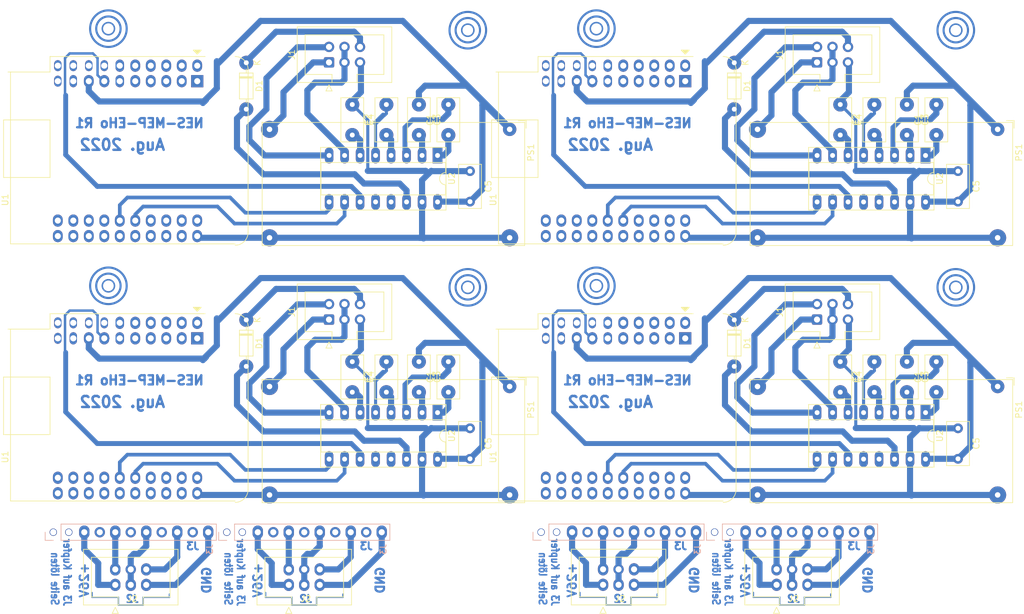
<source format=kicad_pcb>
(kicad_pcb (version 20211014) (generator pcbnew)
  (title_block (title "NES-MEP-EHo") (date "13. Aug 2022") (rev "R01") (comment 1 "NES Smartmeter Interface") (comment 2 "Based on NES-MEP by www.dabbler.dk") (comment 4 "Author: Engelbert Horvat"))
  (layers (0 "F.Cu" signal) (31 "B.Cu" signal) (34 "B.Paste" user) (35 "F.Paste" user) (36 "B.SilkS" user "B.Silkscreen") (37 "F.SilkS" user "F.Silkscreen") (38 "B.Mask" user) (39 "F.Mask" user) (44 "Edge.Cuts" user))
  (net 0 "")
  (net 1 "Net-(C1-Pad1)")
  (net 2 "Net-(C1-Pad2)")
  (net 3 "Net-(C2-Pad1)")
  (net 4 "Net-(C2-Pad2)")
  (net 5 "+3V3")
  (net 6 "Net-(C3-Pad2)")
  (net 7 "GND")
  (net 8 "Net-(C4-Pad2)")
  (net 9 "Net-(D1-Pad2)")
  (net 10 "+26V")
  (net 11 "Net-(J1-Pad3)")
  (net 12 "Net-(J2-Pad1)")
  (net 13 "Net-(J2-Pad2)")
  (net 14 "Net-(J2-Pad3)")
  (net 15 "Net-(J2-Pad5)")
  (net 16 "Net-(J2-Pad6)")
  (net 17 "Net-(U1-Pad7)")
  (net 19 "Net-(U1-Pad25)")
  (net 21 "Net-(U1-Pad26)")
  (net 63 "Net-(J1-Pad6)")
  (net 64 "Net-(U2-Pad8)")
  (footprint "Capacitor_THT:C_Rect_L7.0mm_W3.5mm_P5.00mm" (layer "F.Cu") (at 173.2575 44.191 -90)
    (fp_text reference "C4")
    (fp_text value "100nF")
  )
  (footprint "Capacitor_THT:C_Rect_L7.0mm_W3.5mm_P5.00mm" (layer "F.Cu") (at 98.8355 91.355 90)
    (fp_text reference "C2")
    (fp_text value "100nF")
  )
  (footprint "Capacitor_THT:C_Rect_L7.0mm_W3.5mm_P5.00mm" (layer "F.Cu") (at 192.5615 97.277 -90)
    (fp_text reference "C5")
    (fp_text value "100nF")
  )
  (footprint "Capacitor_THT:C_Rect_L7.0mm_W3.5mm_P5.00mm" (layer "F.Cu") (at 98.8355 49.191 90)
    (fp_text reference "C2")
    (fp_text value "100nF")
  )
  (footprint "Capacitor_THT:C_Rect_L7.0mm_W3.5mm_P5.00mm" (layer "F.Cu") (at 184.1795 86.355 -90)
    (fp_text reference "C3")
    (fp_text value "100nF")
  )
  (footprint "Connector_IDC:IDC-Header_2x03_P2.54mm_Vertical" (layer "F.Cu") (at 89.4325 37.2835 90)
    (fp_text reference "J1")
    (fp_text value "Conn_02x03")
  )
  (footprint "ESP32_MC_Module:DCDC-StepDown-LM2596-THT" (layer "F.Cu") (at 199.058 48.26 -90)
    (fp_text reference "PS1")
    (fp_text value "StepDownModule-LM2596")
  )
  (footprint "Diode_THT:D_DO-35_SOD27_P7.62mm_Horizontal" (layer "F.Cu") (at 155.878 37.338 -90)
    (fp_text reference "D1")
    (fp_text value "1N4148")
  )
  (footprint "Connector_IDC:IDC-Header_2x03_P2.54mm_Vertical" (layer "F.Cu") (at 54.386 122.95 90)
    (fp_text reference "J2")
    (fp_text value "Conn_02x03")
  )
  (footprint "Capacitor_THT:C_Rect_L7.0mm_W3.5mm_P5.00mm" (layer "F.Cu") (at 189.0055 91.355 90)
    (fp_text reference "C1")
    (fp_text value "100nF")
  )
  (footprint "Capacitor_THT:C_Rect_L7.0mm_W3.5mm_P5.00mm" (layer "F.Cu") (at 104.1695 44.191 -90)
    (fp_text reference "C3")
    (fp_text value "100nF")
  )
  (footprint "Capacitor_THT:C_Rect_L7.0mm_W3.5mm_P5.00mm" (layer "F.Cu") (at 178.8455 49.191 90)
    (fp_text reference "C2")
    (fp_text value "100nF")
  )
  (footprint "Capacitor_THT:C_Rect_L7.0mm_W3.5mm_P5.00mm" (layer "F.Cu") (at 189.0055 49.191 90)
    (fp_text reference "C1")
    (fp_text value "100nF")
  )
  (footprint "Capacitor_THT:C_Rect_L7.0mm_W3.5mm_P5.00mm" (layer "F.Cu") (at 192.5615 55.113 -90)
    (fp_text reference "C5")
    (fp_text value "100nF")
  )
  (footprint "Capacitor_THT:C_Rect_L7.0mm_W3.5mm_P5.00mm" (layer "F.Cu") (at 93.2475 86.355 -90)
    (fp_text reference "C4")
    (fp_text value "100nF")
  )
  (footprint "Capacitor_THT:C_Rect_L7.0mm_W3.5mm_P5.00mm" (layer "F.Cu") (at 108.9955 49.191 90)
    (fp_text reference "C1")
    (fp_text value "100nF")
  )
  (footprint "Diode_THT:D_DO-35_SOD27_P7.62mm_Horizontal" (layer "F.Cu") (at 75.868 79.502 -90)
    (fp_text reference "D1")
    (fp_text value "1N4148")
  )
  (footprint "ESP32_MC_Module:ESP32_D1_mini" (layer "F.Cu") (at 67.826 37.8205 -90)
    (fp_text reference "U1")
    (fp_text value "ESP32_D1_Mini Module")
  )
  (footprint "Capacitor_THT:C_Rect_L7.0mm_W3.5mm_P5.00mm" (layer "F.Cu") (at 184.1795 44.191 -90)
    (fp_text reference "C3")
    (fp_text value "100nF")
  )
  (footprint "Connector_IDC:IDC-Header_2x03_P2.54mm_Vertical" (layer "F.Cu") (at 162.814 122.936 90)
    (fp_text reference "J2")
    (fp_text value "Conn_02x03")
  )
  (footprint "ESP32_MC_Module:ESP32_D1_mini" (layer "F.Cu") (at 67.826 79.9845 -90)
    (fp_text reference "U1")
    (fp_text value "ESP32_D1_Mini Module")
  )
  (footprint "Package_DIP:DIP-16_W7.62mm_Socket" (layer "F.Cu") (at 107.2275 52.543 -90)
    (fp_text reference "U2")
    (fp_text value "MAX3232")
  )
  (footprint "Capacitor_THT:C_Rect_L7.0mm_W3.5mm_P5.00mm" (layer "F.Cu") (at 173.2575 86.355 -90)
    (fp_text reference "C4")
    (fp_text value "100nF")
  )
  (footprint "ESP32_MC_Module:ESP32_D1_mini" (layer "F.Cu") (at 147.836 79.9845 -90)
    (fp_text reference "U1")
    (fp_text value "ESP32_D1_Mini Module")
  )
  (footprint "Capacitor_THT:C_Rect_L7.0mm_W3.5mm_P5.00mm" (layer "F.Cu") (at 178.8455 91.355 90)
    (fp_text reference "C2")
    (fp_text value "100nF")
  )
  (footprint "Connector_IDC:IDC-Header_2x03_P2.54mm_Vertical" (layer "F.Cu") (at 134.366 122.936 90)
    (fp_text reference "J2")
    (fp_text value "Conn_02x03")
  )
  (footprint "Capacitor_THT:C_Rect_L7.0mm_W3.5mm_P5.00mm" (layer "F.Cu") (at 93.2475 44.191 -90)
    (fp_text reference "C4")
    (fp_text value "100nF")
  )
  (footprint "ESP32_MC_Module:DCDC-StepDown-LM2596-THT" (layer "F.Cu") (at 119.048 90.424 -90)
    (fp_text reference "PS1")
    (fp_text value "StepDownModule-LM2596")
  )
  (footprint "Capacitor_THT:C_Rect_L7.0mm_W3.5mm_P5.00mm" (layer "F.Cu") (at 108.9955 91.355 90)
    (fp_text reference "C1")
    (fp_text value "100nF")
  )
  (footprint "Diode_THT:D_DO-35_SOD27_P7.62mm_Horizontal" (layer "F.Cu") (at 75.868 37.338 -90)
    (fp_text reference "D1")
    (fp_text value "1N4148")
  )
  (footprint "Capacitor_THT:C_Rect_L7.0mm_W3.5mm_P5.00mm" (layer "F.Cu") (at 104.1695 86.355 -90)
    (fp_text reference "C3")
    (fp_text value "100nF")
  )
  (footprint "ESP32_MC_Module:DCDC-StepDown-LM2596-THT" (layer "F.Cu") (at 119.048 48.26 -90)
    (fp_text reference "PS1")
    (fp_text value "StepDownModule-LM2596")
  )
  (footprint "Capacitor_THT:C_Rect_L7.0mm_W3.5mm_P5.00mm" (layer "F.Cu") (at 112.5515 97.277 -90)
    (fp_text reference "C5")
    (fp_text value "100nF")
  )
  (footprint "Diode_THT:D_DO-35_SOD27_P7.62mm_Horizontal" (layer "F.Cu") (at 155.878 79.502 -90)
    (fp_text reference "D1")
    (fp_text value "1N4148")
  )
  (footprint "Package_DIP:DIP-16_W7.62mm_Socket" (layer "F.Cu") (at 187.2375 94.707 -90)
    (fp_text reference "U2")
    (fp_text value "MAX3232")
  )
  (footprint "ESP32_MC_Module:DCDC-StepDown-LM2596-THT" (layer "F.Cu") (at 199.058 90.424 -90)
    (fp_text reference "PS1")
    (fp_text value "StepDownModule-LM2596")
  )
  (footprint "Connector_IDC:IDC-Header_2x03_P2.54mm_Vertical" (layer "F.Cu") (at 89.4325 79.4475 90)
    (fp_text reference "J1")
    (fp_text value "Conn_02x03")
  )
  (footprint "Connector_IDC:IDC-Header_2x03_P2.54mm_Vertical" (layer "F.Cu") (at 169.4425 79.4475 90)
    (fp_text reference "J1")
    (fp_text value "Conn_02x03")
  )
  (footprint "Connector_IDC:IDC-Header_2x03_P2.54mm_Vertical" (layer "F.Cu") (at 82.834 122.95 90)
    (fp_text reference "J2")
    (fp_text value "Conn_02x03")
  )
  (footprint "Capacitor_THT:C_Rect_L7.0mm_W3.5mm_P5.00mm" (layer "F.Cu") (at 112.5515 55.113 -90)
    (fp_text reference "C5")
    (fp_text value "100nF")
  )
  (footprint "Package_DIP:DIP-16_W7.62mm_Socket" (layer "F.Cu") (at 187.2375 52.543 -90)
    (fp_text reference "U2")
    (fp_text value "MAX3232")
  )
  (footprint "ESP32_MC_Module:ESP32_D1_mini" (layer "F.Cu") (at 147.836 37.8205 -90)
    (fp_text reference "U1")
    (fp_text value "ESP32_D1_Mini Module")
  )
  (footprint "Connector_IDC:IDC-Header_2x03_P2.54mm_Vertical" (layer "F.Cu") (at 169.4425 37.2835 90)
    (fp_text reference "J1")
    (fp_text value "Conn_02x03")
  )
  (footprint "Package_DIP:DIP-16_W7.62mm_Socket" (layer "F.Cu") (at 107.2275 94.707 -90)
    (fp_text reference "U2")
    (fp_text value "MAX3232")
  )
  (footprint "Connector_PinSocket_2.54mm:PinSocket_1x11_P2.54mm_Vertical" (layer "B.Cu") (at 44.226 114.314 -90)
    (fp_text reference "J3")
    (fp_text value "Conn_01x11_Male")
  )
  (footprint "Connector_PinSocket_2.54mm:PinSocket_1x11_P2.54mm_Vertical" (layer "B.Cu") (at 72.674 114.314 -90)
    (fp_text reference "J3")
    (fp_text value "Conn_01x11_Male")
  )
  (footprint "Connector_PinSocket_2.54mm:PinSocket_1x11_P2.54mm_Vertical" (layer "B.Cu") (at 152.654 114.3 -90)
    (fp_text reference "J3")
    (fp_text value "Conn_01x11_Male")
  )
  (footprint "Connector_PinSocket_2.54mm:PinSocket_1x11_P2.54mm_Vertical" (layer "B.Cu") (at 124.206 114.3 -90)
    (fp_text reference "J3")
    (fp_text value "Conn_01x11_Male")
  )
  (gr_circle (center 192.2 74.168) (end 195.2 74.168) (layer "B.Cu") (width 0.35) (fill none))
  (gr_circle (center 53.262 31.75) (end 54.262 31.75) (layer "B.Cu") (width 0.25) (fill none))
  (gr_circle (center 133.272 31.75) (end 135.272 31.75) (layer "B.Cu") (width 0.35) (fill none))
  (gr_circle (center 133.272 31.75) (end 134.272 31.75) (layer "B.Cu") (width 0.25) (fill none))
  (gr_circle (center 192.2 74.168) (end 193.2 74.168) (layer "B.Cu") (width 0.25) (fill none))
  (gr_circle (center 53.262 73.914) (end 55.262 73.914) (layer "B.Cu") (width 0.35) (fill none))
  (gr_circle (center 192.2 74.168) (end 194.2 74.168) (layer "B.Cu") (width 0.35) (fill none))
  (gr_circle (center 192.2 32.004) (end 195.2 32.004) (layer "B.Cu") (width 0.35) (fill none))
  (gr_circle (center 133.272 73.914) (end 134.272 73.914) (layer "B.Cu") (width 0.25) (fill none))
  (gr_circle (center 53.262 73.914) (end 54.262 73.914) (layer "B.Cu") (width 0.25) (fill none))
  (gr_circle (center 112.19 32.004) (end 115.19 32.004) (layer "B.Cu") (width 0.35) (fill none))
  (gr_circle (center 112.19 32.004) (end 113.19 32.004) (layer "B.Cu") (width 0.25) (fill none))
  (gr_circle (center 53.262 31.75) (end 55.262 31.75) (layer "B.Cu") (width 0.35) (fill none))
  (gr_circle (center 112.19 32.004) (end 114.19 32.004) (layer "B.Cu") (width 0.35) (fill none))
  (gr_circle (center 133.272 73.914) (end 135.272 73.914) (layer "B.Cu") (width 0.35) (fill none))
  (gr_circle (center 192.2 32.004) (end 193.2 32.004) (layer "B.Cu") (width 0.25) (fill none))
  (gr_circle (center 112.19 74.168) (end 113.19 74.168) (layer "B.Cu") (width 0.25) (fill none))
  (gr_circle (center 192.2 32.004) (end 194.2 32.004) (layer "B.Cu") (width 0.35) (fill none))
  (gr_circle (center 133.272 31.75) (end 136.272 31.75) (layer "B.Cu") (width 0.35) (fill none))
  (gr_circle (center 53.262 31.75) (end 56.262 31.75) (layer "B.Cu") (width 0.35) (fill none))
  (gr_circle (center 112.19 74.168) (end 115.19 74.168) (layer "B.Cu") (width 0.35) (fill none))
  (gr_circle (center 112.19 74.168) (end 114.19 74.168) (layer "B.Cu") (width 0.35) (fill none))
  (gr_circle (center 53.262 73.914) (end 56.262 73.914) (layer "B.Cu") (width 0.35) (fill none))
  (gr_circle (center 133.272 73.914) (end 136.272 73.914) (layer "B.Cu") (width 0.35) (fill none))
  (gr_text "GND\n" (at 149.352 122.174 90) (layer "B.Cu") (effects (font (size 1.4 1.4) (thickness 0.35)) (justify mirror)))
  (gr_text "+26V" (at 157.734 122.174 90) (layer "B.Cu") (effects (font (size 1.4 1.4) (thickness 0.3)) (justify mirror)))
  (gr_text "NES-MEP-EHo R1" (at 138.352 89.408) (layer "B.Cu") (effects (font (size 1.5 1.5) (thickness 0.375)) (justify mirror)))
  (gr_text "J2" (at 165.608 125.222) (layer "B.Cu") (effects (font (size 1.2 1.2) (thickness 0.3)) (justify mirror)))
  (gr_text "GND\n" (at 69.372 122.188 90) (layer "B.Cu") (effects (font (size 1.4 1.4) (thickness 0.35)) (justify mirror)))
  (gr_text "J3 auf Kupfer" (at 46.512 120.918 270) (layer "B.Cu") (effects (font (size 1.2 1.05) (thickness 0.2625)) (justify mirror)))
  (gr_text "Aug. 2022" (at 135.558 92.964) (layer "B.Cu") (effects (font (size 1.8 1.8) (thickness 0.4)) (justify mirror)))
  (gr_text "Aug. 2022" (at 135.558 50.8) (layer "B.Cu") (effects (font (size 1.8 1.8) (thickness 0.4)) (justify mirror)))
  (gr_text "Aug. 2022" (at 55.548 92.964) (layer "B.Cu") (effects (font (size 1.8 1.8) (thickness 0.4)) (justify mirror)))
  (gr_text "Seite löten" (at 44.48 121.934 270) (layer "B.Cu") (effects (font (size 1.2 1.05) (thickness 0.2625)) (justify mirror)))
  (gr_text "J2" (at 57.18 125.236) (layer "B.Cu") (effects (font (size 1.2 1.2) (thickness 0.3)) (justify mirror)))
  (gr_text "+26V" (at 77.754 122.188 90) (layer "B.Cu") (effects (font (size 1.4 1.4) (thickness 0.3)) (justify mirror)))
  (gr_text "Aug. 2022" (at 55.548 50.8) (layer "B.Cu") (effects (font (size 1.8 1.8) (thickness 0.4)) (justify mirror)))
  (gr_text "J3 auf Kupfer" (at 126.492 120.904 270) (layer "B.Cu") (effects (font (size 1.2 1.05) (thickness 0.2625)) (justify mirror)))
  (gr_text "GND\n" (at 97.82 122.188 90) (layer "B.Cu") (effects (font (size 1.4 1.4) (thickness 0.35)) (justify mirror)))
  (gr_text "+26V" (at 129.286 122.174 90) (layer "B.Cu") (effects (font (size 1.4 1.4) (thickness 0.3)) (justify mirror)))
  (gr_text "J2" (at 85.628 125.236) (layer "B.Cu") (effects (font (size 1.2 1.2) (thickness 0.3)) (justify mirror)))
  (gr_text "J3" (at 95.534 116.6) (layer "B.Cu") (effects (font (size 1.2 1.2) (thickness 0.3)) (justify mirror)))
  (gr_text "J3 auf Kupfer" (at 154.94 120.904 270) (layer "B.Cu") (effects (font (size 1.2 1.05) (thickness 0.2625)) (justify mirror)))
  (gr_text "J3" (at 147.066 116.586) (layer "B.Cu") (effects (font (size 1.2 1.2) (thickness 0.3)) (justify mirror)))
  (gr_text "J3" (at 175.514 116.586) (layer "B.Cu") (effects (font (size 1.2 1.2) (thickness 0.3)) (justify mirror)))
  (gr_text "J3 auf Kupfer" (at 74.96 120.918 270) (layer "B.Cu") (effects (font (size 1.2 1.05) (thickness 0.2625)) (justify mirror)))
  (gr_text "GND\n" (at 177.8 122.174 90) (layer "B.Cu") (effects (font (size 1.4 1.4) (thickness 0.35)) (justify mirror)))
  (gr_text "Seite löten" (at 124.46 121.92 270) (layer "B.Cu") (effects (font (size 1.2 1.05) (thickness 0.2625)) (justify mirror)))
  (gr_text "+26V" (at 49.306 122.188 90) (layer "B.Cu") (effects (font (size 1.4 1.4) (thickness 0.3)) (justify mirror)))
  (gr_text "NES-MEP-EHo R1" (at 58.342 89.408) (layer "B.Cu") (effects (font (size 1.5 1.5) (thickness 0.375)) (justify mirror)))
  (gr_text "Seite löten" (at 72.928 121.934 270) (layer "B.Cu") (effects (font (size 1.2 1.05) (thickness 0.2625)) (justify mirror)))
  (gr_text "NES-MEP-EHo R1" (at 58.342 47.244) (layer "B.Cu") (effects (font (size 1.5 1.5) (thickness 0.375)) (justify mirror)))
  (gr_text "Seite löten" (at 152.908 121.92 270) (layer "B.Cu") (effects (font (size 1.2 1.05) (thickness 0.2625)) (justify mirror)))
  (gr_text "NES-MEP-EHo R1" (at 138.352 47.244) (layer "B.Cu") (effects (font (size 1.5 1.5) (thickness 0.375)) (justify mirror)))
  (gr_text "J2" (at 137.16 125.222) (layer "B.Cu") (effects (font (size 1.2 1.2) (thickness 0.3)) (justify mirror)))
  (gr_text "J3" (at 67.086 116.6) (layer "B.Cu") (effects (font (size 1.2 1.2) (thickness 0.3)) (justify mirror)))
  (segment (start 54.894 126.252) (end 54.894 124.982) (width 0.25) (layer "B.Cu") (net 0))
  (segment (start 91.724 124.982) (end 87.406 124.982) (width 0.25) (layer "B.Cu") (net 0))
  (segment (start 87.406 124.982) (end 87.406 126.252) (width 0.25) (layer "B.Cu") (net 0))
  (segment (start 91.724 124.474) (end 91.724 124.982) (width 0.25) (layer "B.Cu") (net 0))
  (segment (start 130.556 124.968) (end 130.556 124.206) (width 0.25) (layer "B.Cu") (net 0))
  (segment (start 163.322 124.968) (end 159.004 124.968) (width 0.25) (layer "B.Cu") (net 0))
  (segment (start 63.276 124.474) (end 63.276 124.982) (width 0.25) (layer "B.Cu") (net 0))
  (segment (start 54.894 124.982) (end 50.576 124.982) (width 0.25) (layer "B.Cu") (net 0))
  (segment (start 134.874 124.968) (end 130.556 124.968) (width 0.25) (layer "B.Cu") (net 0))
  (segment (start 143.256 124.46) (end 143.256 124.968) (width 0.25) (layer "B.Cu") (net 0))
  (segment (start 138.938 124.968) (end 138.938 126.238) (width 0.25) (layer "B.Cu") (net 0))
  (segment (start 167.386 124.968) (end 167.386 126.238) (width 0.25) (layer "B.Cu") (net 0))
  (segment (start 50.576 124.982) (end 50.576 124.22) (width 0.25) (layer "B.Cu") (net 0))
  (segment (start 143.256 124.968) (end 138.938 124.968) (width 0.25) (layer "B.Cu") (net 0))
  (segment (start 138.938 126.238) (end 134.874 126.238) (width 0.25) (layer "B.Cu") (net 0))
  (segment (start 58.958 126.252) (end 54.894 126.252) (width 0.25) (layer "B.Cu") (net 0))
  (segment (start 163.322 126.238) (end 163.322 124.968) (width 0.25) (layer "B.Cu") (net 0))
  (segment (start 79.024 124.982) (end 79.024 124.22) (width 0.25) (layer "B.Cu") (net 0))
  (segment (start 83.342 126.252) (end 83.342 124.982) (width 0.25) (layer "B.Cu") (net 0))
  (segment (start 171.704 124.968) (end 167.386 124.968) (width 0.25) (layer "B.Cu") (net 0))
  (segment (start 134.874 126.238) (end 134.874 124.968) (width 0.25) (layer "B.Cu") (net 0))
  (segment (start 159.004 124.968) (end 159.004 124.206) (width 0.25) (layer "B.Cu") (net 0))
  (segment (start 83.342 124.982) (end 79.024 124.982) (width 0.25) (layer "B.Cu") (net 0))
  (segment (start 87.406 126.252) (end 83.342 126.252) (width 0.25) (layer "B.Cu") (net 0))
  (segment (start 171.704 124.46) (end 171.704 124.968) (width 0.25) (layer "B.Cu") (net 0))
  (segment (start 63.276 124.982) (end 58.958 124.982) (width 0.25) (layer "B.Cu") (net 0))
  (segment (start 167.386 126.238) (end 163.322 126.238) (width 0.25) (layer "B.Cu") (net 0))
  (segment (start 58.958 124.982) (end 58.958 126.252) (width 0.25) (layer "B.Cu") (net 0))
  (segment (start 108.2235 94.707) (end 108.9955 93.935) (width 1) (layer "B.Cu") (net 1))
  (segment (start 108.9955 51.771) (end 108.9955 49.191) (width 1) (layer "B.Cu") (net 1))
  (segment (start 189.0055 51.771) (end 189.0055 49.191) (width 1) (layer "B.Cu") (net 1))
  (segment (start 189.0055 93.935) (end 189.0055 91.355) (width 1) (layer "B.Cu") (net 1))
  (segment (start 107.2275 52.543) (end 108.2235 52.543) (width 1) (layer "B.Cu") (net 1))
  (segment (start 187.2375 52.543) (end 188.2335 52.543) (width 1) (layer "B.Cu") (net 1))
  (segment (start 188.2335 94.707) (end 189.0055 93.935) (width 1) (layer "B.Cu") (net 1))
  (segment (start 108.2235 52.543) (end 108.9955 51.771) (width 1) (layer "B.Cu") (net 1))
  (segment (start 188.2335 52.543) (end 189.0055 51.771) (width 1) (layer "B.Cu") (net 1))
  (segment (start 187.2375 94.707) (end 188.2335 94.707) (width 1) (layer "B.Cu") (net 1))
  (segment (start 107.2275 94.707) (end 108.2235 94.707) (width 1) (layer "B.Cu") (net 1))
  (segment (start 108.9955 93.935) (end 108.9955 91.355) (width 1) (layer "B.Cu") (net 1))
  (segment (start 108.9955 86.355) (end 108.9955 87.839) (width 1) (layer "B.Cu") (net 2))
  (segment (start 181.8935 94.443) (end 182.1475 94.697) (width 0.8) (layer "B.Cu") (net 2))
  (segment (start 108.9955 87.839) (end 107.9795 88.855) (width 1) (layer "B.Cu") (net 2))
  (segment (start 103.1535 46.691) (end 101.8835 47.961) (width 0.8) (layer "B.Cu") (net 2))
  (segment (start 101.8835 94.443) (end 102.1375 94.697) (width 0.8) (layer "B.Cu") (net 2))
  (segment (start 101.8835 90.125) (end 101.8835 94.443) (width 0.8) (layer "B.Cu") (net 2))
  (segment (start 189.0055 44.191) (end 189.0055 45.675) (width 1) (layer "B.Cu") (net 2))
  (segment (start 103.1535 88.855) (end 101.8835 90.125) (width 0.8) (layer "B.Cu") (net 2))
  (segment (start 187.9895 46.691) (end 183.1635 46.691) (width 0.8) (layer "B.Cu") (net 2))
  (segment (start 182.1475 52.533) (end 182.1575 52.543) (width 0.5) (layer "B.Cu") (net 2))
  (segment (start 102.1375 94.697) (end 102.1475 94.707) (width 0.5) (layer "B.Cu") (net 2))
  (segment (start 189.0055 86.355) (end 189.0055 87.839) (width 1) (layer "B.Cu") (net 2))
  (segment (start 189.0055 87.839) (end 187.9895 88.855) (width 1) (layer "B.Cu") (net 2))
  (segment (start 107.9795 88.855) (end 103.1535 88.855) (width 0.8) (layer "B.Cu") (net 2))
  (segment (start 108.9955 45.675) (end 107.9795 46.691) (width 1) (layer "B.Cu") (net 2))
  (segment (start 182.1475 94.697) (end 182.1575 94.707) (width 0.5) (layer "B.Cu") (net 2))
  (segment (start 107.9795 46.691) (end 103.1535 46.691) (width 0.8) (layer "B.Cu") (net 2))
  (segment (start 181.8935 90.125) (end 181.8935 94.443) (width 0.8) (layer "B.Cu") (net 2))
  (segment (start 183.1635 88.855) (end 181.8935 90.125) (width 0.8) (layer "B.Cu") (net 2))
  (segment (start 183.1635 46.691) (end 181.8935 47.961) (width 0.8) (layer "B.Cu") (net 2))
  (segment (start 101.8835 47.961) (end 101.8835 52.279) (width 0.8) (layer "B.Cu") (net 2))
  (segment (start 189.0055 45.675) (end 187.9895 46.691) (width 1) (layer "B.Cu") (net 2))
  (segment (start 187.9895 88.855) (end 183.1635 88.855) (width 0.8) (layer "B.Cu") (net 2))
  (segment (start 102.1375 52.533) (end 102.1475 52.543) (width 0.5) (layer "B.Cu") (net 2))
  (segment (start 108.9955 44.191) (end 108.9955 45.675) (width 1) (layer "B.Cu") (net 2))
  (segment (start 101.8835 52.279) (end 102.1375 52.533) (width 0.8) (layer "B.Cu") (net 2))
  (segment (start 181.8935 47.961) (end 181.8935 52.279) (width 0.8) (layer "B.Cu") (net 2))
  (segment (start 181.8935 52.279) (end 182.1475 52.533) (width 0.8) (layer "B.Cu") (net 2))
  (segment (start 99.6075 94.707) (end 99.6075 92.127) (width 1) (layer "B.Cu") (net 3))
  (segment (start 98.8355 91.355) (end 99.0495 91.355) (width 1) (layer "B.Cu") (net 3))
  (segment (start 99.6075 52.543) (end 99.6075 49.963) (width 1) (layer "B.Cu") (net 3))
  (segment (start 178.8455 49.191) (end 179.0595 49.191) (width 1) (layer "B.Cu") (net 3))
  (segment (start 178.8455 91.355) (end 179.0595 91.355) (width 1) (layer "B.Cu") (net 3))
  (segment (start 179.6175 52.543) (end 179.6175 49.963) (width 1) (layer "B.Cu") (net 3))
  (segment (start 179.6175 94.707) (end 179.6175 92.127) (width 1) (layer "B.Cu") (net 3))
  (segment (start 99.6075 92.127) (end 98.8355 91.355) (width 1) (layer "B.Cu") (net 3))
  (segment (start 99.6075 49.963) (end 98.8355 49.191) (width 1) (layer "B.Cu") (net 3))
  (segment (start 179.6175 49.963) (end 178.8455 49.191) (width 1) (layer "B.Cu") (net 3))
  (segment (start 179.6175 92.127) (end 178.8455 91.355) (width 1) (layer "B.Cu") (net 3))
  (segment (start 98.8355 49.191) (end 99.0495 49.191) (width 1) (layer "B.Cu") (net 3))
  (segment (start 98.8355 87.839) (end 98.8355 86.355) (width 0.5) (layer "B.Cu") (net 4))
  (segment (start 178.5915 88.093) (end 178.8455 87.839) (width 0.5) (layer "B.Cu") (net 4))
  (segment (start 97.0675 89.353) (end 98.3275 88.093) (width 0.8) (layer "B.Cu") (net 4))
  (segment (start 178.3375 88.093) (end 178.5915 88.093) (width 0.5) (layer "B.Cu") (net 4))
  (segment (start 177.0775 47.189) (end 178.3375 45.929) (width 0.8) (layer "B.Cu") (net 4))
  (segment (start 98.8355 45.675) (end 98.8355 44.191) (width 0.5) (layer "B.Cu") (net 4))
  (segment (start 97.0675 94.707) (end 97.0675 89.353) (width 0.5) (layer "B.Cu") (net 4))
  (segment (start 177.0775 89.353) (end 178.3375 88.093) (width 0.8) (layer "B.Cu") (net 4))
  (segment (start 98.5815 45.929) (end 98.8355 45.675) (width 0.5) (layer "B.Cu") (net 4))
  (segment (start 178.8455 45.675) (end 178.8455 44.191) (width 0.5) (layer "B.Cu") (net 4))
  (segment (start 178.8455 87.839) (end 178.8455 86.355) (width 0.5) (layer "B.Cu") (net 4))
  (segment (start 98.3275 45.929) (end 98.5815 45.929) (width 0.5) (layer "B.Cu") (net 4))
  (segment (start 98.5815 88.093) (end 98.8355 87.839) (width 0.5) (layer "B.Cu") (net 4))
  (segment (start 178.5915 45.929) (end 178.8455 45.675) (width 0.5) (layer "B.Cu") (net 4))
  (segment (start 98.3275 88.093) (end 98.5815 88.093) (width 0.5) (layer "B.Cu") (net 4))
  (segment (start 97.0675 52.543) (end 97.0675 47.189) (width 0.5) (layer "B.Cu") (net 4))
  (segment (start 178.3375 45.929) (end 178.5915 45.929) (width 0.5) (layer "B.Cu") (net 4))
  (segment (start 97.0675 47.189) (end 98.3275 45.929) (width 0.8) (layer "B.Cu") (net 4))
  (segment (start 177.0775 94.707) (end 177.0775 89.353) (width 0.5) (layer "B.Cu") (net 4))
  (segment (start 177.0775 52.543) (end 177.0775 47.189) (width 0.5) (layer "B.Cu") (net 4))
  (segment (start 69.01 43.688) (end 69.264 43.434) (width 1) (layer "B.Cu") (net 5))
  (segment (start 71.296 37.4005) (end 78.2165 30.48) (width 1) (layer "B.Cu") (net 5))
  (segment (start 68.756 85.981) (end 71.042 83.695) (width 1) (layer "B.Cu") (net 5))
  (segment (start 101.522 30.48) (end 119.048 48.006) (width 1) (layer "B.Cu") (net 5))
  (segment (start 184.1795 42.119) (end 184.1795 44.191) (width 1) (layer "B.Cu") (net 5))
  (segment (start 148.766 43.942) (end 148.766 43.817) (width 1) (layer "B.Cu") (net 5))
  (segment (start 105.1855 83.267) (end 104.1695 84.283) (width 1) (layer "B.Cu") (net 5))
  (segment (start 199.058 90.424) (end 195.1405 86.5065) (width 1) (layer "B.Cu") (net 5))
  (segment (start 195.1405 86.5065) (end 194.5935 86.5065) (width 1) (layer "B.Cu") (net 5))
  (segment (start 181.532 72.644) (end 199.058 90.17) (width 1) (layer "B.Cu") (net 5))
  (segment (start 51.484 85.598) (end 51.5035 85.598) (width 1) (layer "B.Cu") (net 5))
  (segment (start 187.2275 60.173) (end 187.2375 60.163) (width 1) (layer "B.Cu") (net 5))
  (segment (start 194.5935 43.643) (end 192.0535 41.103) (width 1) (layer "B.Cu") (net 5))
  (segment (start 51.5035 43.434) (end 51.7575 43.688) (width 1) (layer "B.Cu") (net 5))
  (segment (start 199.058 90.17) (end 199.058 90.424) (width 1) (layer "B.Cu") (net 5))
  (segment (start 194.5935 100.245) (end 194.5935 86.5065) (width 1) (layer "B.Cu") (net 5))
  (segment (start 192.5615 60.113) (end 194.5935 58.081) (width 1) (layer "B.Cu") (net 5))
  (segment (start 131.494 85.598) (end 131.5135 85.598) (width 1) (layer "B.Cu") (net 5))
  (segment (start 104.1695 42.119) (end 104.1695 44.191) (width 1) (layer "B.Cu") (net 5))
  (segment (start 112.5515 60.113) (end 107.2775 60.113) (width 1) (layer "B.Cu") (net 5))
  (segment (start 68.756 43.817) (end 71.042 41.531) (width 1) (layer "B.Cu") (net 5))
  (segment (start 78.2165 30.48) (end 101.522 30.48) (width 1) (layer "B.Cu") (net 5))
  (segment (start 107.2775 102.277) (end 107.2275 102.327) (width 1) (layer "B.Cu") (net 5))
  (segment (start 119.048 48.26) (end 115.1305 44.3425) (width 1) (layer "B.Cu") (net 5))
  (segment (start 115.1305 44.3425) (end 114.5835 44.3425) (width 1) (layer "B.Cu") (net 5))
  (segment (start 151.306 37.4005) (end 158.2265 30.48) (width 1) (layer "B.Cu") (net 5))
  (segment (start 107.2175 102.337) (end 107.2275 102.327) (width 1) (layer "B.Cu") (net 5))
  (segment (start 114.5835 58.081) (end 114.5835 44.3425) (width 1) (layer "B.Cu") (net 5))
  (segment (start 112.5515 60.113) (end 114.5835 58.081) (width 1) (layer "B.Cu") (net 5))
  (segment (start 187.2275 102.337) (end 187.2375 102.327) (width 1) (layer "B.Cu") (net 5))
  (segment (start 71.042 41.531) (end 71.042 37.084) (width 1) (layer "B.Cu") (net 5))
  (segment (start 194.5935 85.807) (end 192.0535 83.267) (width 1) (layer "B.Cu") (net 5))
  (segment (start 187.2875 60.113) (end 187.2375 60.163) (width 1) (layer "B.Cu") (net 5))
  (segment (start 130.056 82.5245) (end 130.056 84.16) (width 1) (layer "B.Cu") (net 5))
  (segment (start 107.2775 60.113) (end 107.2275 60.163) (width 1) (layer "B.Cu") (net 5))
  (segment (start 131.5135 43.434) (end 131.7675 43.688) (width 1) (layer "B.Cu") (net 5))
  (segment (start 192.5615 102.277) (end 194.5935 100.245) (width 1) (layer "B.Cu") (net 5))
  (segment (start 114.5835 100.245) (end 114.5835 86.5065) (width 1) (layer "B.Cu") (net 5))
  (segment (start 194.5935 86.5065) (end 194.5935 85.807) (width 1) (layer "B.Cu") (net 5))
  (segment (start 131.5135 85.598) (end 131.7675 85.852) (width 1) (layer "B.Cu") (net 5))
  (segment (start 51.5035 85.598) (end 51.7575 85.852) (width 1) (layer "B.Cu") (net 5))
  (segment (start 114.5835 44.3425) (end 114.5835 43.643) (width 1) (layer "B.Cu") (net 5))
  (segment (start 51.7575 85.852) (end 69.01 85.852) (width 1) (layer "B.Cu") (net 5))
  (segment (start 131.7675 43.688) (end 149.02 43.688) (width 1) (layer "B.Cu") (net 5))
  (segment (start 158.2265 72.644) (end 181.532 72.644) (width 1) (layer "B.Cu") (net 5))
  (segment (start 114.5835 43.643) (end 112.0435 41.103) (width 1) (layer "B.Cu") (net 5))
  (segment (start 149.02 43.688) (end 149.274 43.434) (width 1) (layer "B.Cu") (net 5))
  (segment (start 184.1795 84.283) (end 184.1795 86.355) (width 1) (layer "B.Cu") (net 5))
  (segment (start 192.0535 41.103) (end 185.1955 41.103) (width 1) (layer "B.Cu") (net 5))
  (segment (start 69.01 85.852) (end 69.264 85.598) (width 1) (layer "B.Cu") (net 5))
  (segment (start 119.048 48.006) (end 119.048 48.26) (width 1) (layer "B.Cu") (net 5))
  (segment (start 192.5615 102.277) (end 187.2875 102.277) (width 1) (layer "B.Cu") (net 5))
  (segment (start 148.766 85.981) (end 151.052 83.695) (width 1) (layer "B.Cu") (net 5))
  (segment (start 101.522 72.644) (end 119.048 90.17) (width 1) (layer "B.Cu") (net 5))
  (segment (start 114.5835 85.807) (end 112.0435 83.267) (width 1) (layer "B.Cu") (net 5))
  (segment (start 119.048 90.424) (end 115.1305 86.5065) (width 1) (layer "B.Cu") (net 5))
  (segment (start 192.0535 83.267) (end 185.1955 83.267) (width 1) (layer "B.Cu") (net 5))
  (segment (start 112.5515 102.277) (end 107.2775 102.277) (width 1) (layer "B.Cu") (net 5))
  (segment (start 114.5835 86.5065) (end 114.5835 85.807) (width 1) (layer "B.Cu") (net 5))
  (segment (start 199.058 48.006) (end 199.058 48.26) (width 1) (layer "B.Cu") (net 5))
  (segment (start 50.046 40.3605) (end 50.046 41.996) (width 1) (layer "B.Cu") (net 5))
  (segment (start 50.046 82.5245) (end 50.046 84.16) (width 1) (layer "B.Cu") (net 5))
  (segment (start 151.306 79.5645) (end 158.2265 72.644) (width 1) (layer "B.Cu") (net 5))
  (segment (start 50.046 84.16) (end 51.484 85.598) (width 1) (layer "B.Cu") (net 5))
  (segment (start 195.1405 44.3425) (end 194.5935 44.3425) (width 1) (layer "B.Cu") (net 5))
  (segment (start 158.2265 30.48) (end 181.532 30.48) (width 1) (layer "B.Cu") (net 5))
  (segment (start 71.042 83.695) (end 71.042 79.248) (width 1) (layer "B.Cu") (net 5))
  (segment (start 68.756 86.106) (end 68.756 85.981) (width 1) (layer "B.Cu") (net 5))
  (segment (start 51.484 43.434) (end 51.5035 43.434) (width 1) (layer "B.Cu") (net 5))
  (segment (start 71.296 79.5645) (end 78.2165 72.644) (width 1) (layer "B.Cu") (net 5))
  (segment (start 194.5935 44.3425) (end 194.5935 43.643) (width 1) (layer "B.Cu") (net 5))
  (segment (start 112.5515 102.277) (end 114.5835 100.245) (width 1) (layer "B.Cu") (net 5))
  (segment (start 130.056 40.3605) (end 130.056 41.996) (width 1) (layer "B.Cu") (net 5))
  (segment (start 105.1855 41.103) (end 104.1695 42.119) (width 1) (layer "B.Cu") (net 5))
  (segment (start 115.1305 86.5065) (end 114.5835 86.5065) (width 1) (layer "B.Cu") (net 5))
  (segment (start 148.766 86.106) (end 148.766 85.981) (width 1) (layer "B.Cu") (net 5))
  (segment (start 119.048 90.17) (end 119.048 90.424) (width 1) (layer "B.Cu") (net 5))
  (segment (start 112.0435 83.267) (end 105.1855 83.267) (width 1) (layer "B.Cu") (net 5))
  (segment (start 51.7575 43.688) (end 69.01 43.688) (width 1) (layer "B.Cu") (net 5))
  (segment (start 194.5935 58.081) (end 194.5935 44.3425) (width 1) (layer "B.Cu") (net 5))
  (segment (start 131.7675 85.852) (end 149.02 85.852) (width 1) (layer "B.Cu") (net 5))
  (segment (start 104.1695 84.283) (end 104.1695 86.355) (width 1) (layer "B.Cu") (net 5))
  (segment (start 107.2175 60.173) (end 107.2275 60.163) (width 1) (layer "B.Cu") (net 5))
  (segment (start 112.0435 41.103) (end 105.1855 41.103) (width 1) (layer "B.Cu") (net 5))
  (segment (start 151.052 41.531) (end 151.052 37.084) (width 1) (layer "B.Cu") (net 5))
  (segment (start 78.2165 72.644) (end 101.522 72.644) (width 1) (layer "B.Cu") (net 5))
  (segment (start 131.494 43.434) (end 131.5135 43.434) (width 1) (layer "B.Cu") (net 5))
  (segment (start 149.02 85.852) (end 149.274 85.598) (width 1) (layer "B.Cu") (net 5))
  (segment (start 151.052 83.695) (end 151.052 79.248) (width 1) (layer "B.Cu") (net 5))
  (segment (start 181.532 30.48) (end 199.058 48.006) (width 1) (layer "B.Cu") (net 5))
  (segment (start 130.056 84.16) (end 131.494 85.598) (width 1) (layer "B.Cu") (net 5))
  (segment (start 130.056 41.996) (end 131.494 43.434) (width 1) (layer "B.Cu") (net 5))
  (segment (start 185.1955 41.103) (end 184.1795 42.119) (width 1) (layer "B.Cu") (net 5))
  (segment (start 50.046 41.996) (end 51.484 43.434) (width 1) (layer "B.Cu") (net 5))
  (segment (start 199.058 48.26) (end 195.1405 44.3425) (width 1) (layer "B.Cu") (net 5))
  (segment (start 185.1955 83.267) (end 184.1795 84.283) (width 1) (layer "B.Cu") (net 5))
  (segment (start 192.5615 60.113) (end 187.2875 60.113) (width 1) (layer "B.Cu") (net 5))
  (segment (start 187.2875 102.277) (end 187.2375 102.327) (width 1) (layer "B.Cu") (net 5))
  (segment (start 68.756 43.942) (end 68.756 43.817) (width 1) (layer "B.Cu") (net 5))
  (segment (start 148.766 43.817) (end 151.052 41.531) (width 1) (layer "B.Cu") (net 5))
  (segment (start 104.6875 94.707) (end 104.6875 91.873) (width 1) (layer "B.Cu") (net 6))
  (segment (start 184.6975 49.709) (end 184.1795 49.191) (width 1) (layer "B.Cu") (net 6))
  (segment (start 104.6875 49.709) (end 104.1695 49.191) (width 1) (layer "B.Cu") (net 6))
  (segment (start 104.6875 91.873) (end 104.1695 91.355) (width 1) (layer "B.Cu") (net 6))
  (segment (start 184.6975 52.543) (end 184.6975 49.709) (width 1) (layer "B.Cu") (net 6))
  (segment (start 104.6875 52.543) (end 104.6875 49.709) (width 1) (layer "B.Cu") (net 6))
  (segment (start 184.6975 91.873) (end 184.1795 91.355) (width 1) (layer "B.Cu") (net 6))
  (segment (start 184.6975 94.707) (end 184.6975 91.873) (width 1) (layer "B.Cu") (net 6))
  (segment (start 68.1055 66.04) (end 67.826 65.7605) (width 1) (layer "B.Cu") (net 7))
  (segment (start 105.74425 55.53025) (end 104.6875 56.587) (width 1) (layer "B.Cu") (net 7))
  (segment (start 159.688 66.04) (end 148.1155 66.04) (width 1) (layer "B.Cu") (net 7))
  (segment (start 159.688 108.204) (end 148.1155 108.204) (width 1) (layer "B.Cu") (net 7))
  (segment (start 79.678 66.04) (end 68.1055 66.04) (width 1) (layer "B.Cu") (net 7))
  (segment (start 184.6975 108.0675) (end 184.834 108.204) (width 1) (layer "B.Cu") (net 7))
  (segment (start 93.2475 86.355) (end 95.7875 88.895) (width 0.5) (layer "B.Cu") (net 7))
  (segment (start 95.7875 55.073) (end 105.287 55.073) (width 1) (layer "B.Cu") (net 7))
  (segment (start 112.5515 55.113) (end 106.2415 55.113) (width 1) (layer "B.Cu") (net 7))
  (segment (start 79.678 108.204) (end 104.824 108.204) (width 1) (layer "B.Cu") (net 7))
  (segment (start 106.2015 55.073) (end 105.74425 55.53025) (width 1) (layer "B.Cu") (net 7))
  (segment (start 104.6875 65.9035) (end 104.824 66.04) (width 1) (layer "B.Cu") (net 7))
  (segment (start 104.824 66.04) (end 104.9315 66.1475) (width 1) (layer "B.Cu") (net 7))
  (segment (start 184.326 66.04) (end 199.058 66.04) (width 1) (layer "B.Cu") (net 7))
  (segment (start 105.74425 97.69425) (end 104.6875 98.751) (width 1) (layer "B.Cu") (net 7))
  (segment (start 94.664 84.328) (end 94.664 79.599) (width 1) (layer "B.Cu") (net 7))
  (segment (start 95.7875 46.731) (end 95.7875 55.073) (width 0.5) (layer "B.Cu") (net 7))
  (segment (start 104.6875 108.0675) (end 104.824 108.204) (width 1) (layer "B.Cu") (net 7))
  (segment (start 148.1155 66.04) (end 147.836 65.7605) (width 1) (layer "B.Cu") (net 7))
  (segment (start 105.287 55.073) (end 105.74425 55.53025) (width 1) (layer "B.Cu") (net 7))
  (segment (start 186.2115 97.237) (end 185.75425 97.69425) (width 1) (layer "B.Cu") (net 7))
  (segment (start 184.6975 60.163) (end 184.6975 65.9035) (width 1) (layer "B.Cu") (net 7))
  (segment (start 104.316 108.204) (end 119.048 108.204) (width 1) (layer "B.Cu") (net 7))
  (segment (start 104.6875 56.587) (end 104.6875 60.163) (width 1) (layer "B.Cu") (net 7))
  (segment (start 175.7975 97.237) (end 185.297 97.237) (width 1) (layer "B.Cu") (net 7))
  (segment (start 185.297 55.073) (end 185.75425 55.53025) (width 1) (layer "B.Cu") (net 7))
  (segment (start 184.834 108.204) (end 184.9415 108.3115) (width 1) (layer "B.Cu") (net 7))
  (segment (start 93.2475 85.7445) (end 94.664 84.328) (width 1) (layer "B.Cu") (net 7))
  (segment (start 174.674 37.435) (end 174.5225 37.2835) (width 1) (layer "B.Cu") (net 7))
  (segment (start 79.678 108.204) (end 68.1055 108.204) (width 1) (layer "B.Cu") (net 7))
  (segment (start 159.688 66.04) (end 184.834 66.04) (width 1) (layer "B.Cu") (net 7))
  (segment (start 104.6875 98.751) (end 104.6875 102.327) (width 1) (layer "B.Cu") (net 7))
  (segment (start 184.326 108.204) (end 199.058 108.204) (width 1) (layer "B.Cu") (net 7))
  (segment (start 106.2015 97.237) (end 105.74425 97.69425) (width 1) (layer "B.Cu") (net 7))
  (segment (start 93.2475 44.191) (end 95.7875 46.731) (width 0.5) (layer "B.Cu") (net 7))
  (segment (start 174.674 42.164) (end 174.674 37.435) (width 1) (layer "B.Cu") (net 7))
  (segment (start 106.2415 97.277) (end 106.2015 97.237) (width 1) (layer "B.Cu") (net 7))
  (segment (start 94.664 79.599) (end 94.5125 79.4475) (width 1) (layer "B.Cu") (net 7))
  (segment (start 148.1155 108.204) (end 147.836 107.9245) (width 1) (layer "B.Cu") (net 7))
  (segment (start 105.287 97.237) (end 105.74425 97.69425) (width 1) (layer "B.Cu") (net 7))
  (segment (start 175.7975 46.731) (end 175.7975 55.073) (width 0.5) (layer "B.Cu") (net 7))
  (segment (start 104.6875 60.163) (end 104.6875 65.9035) (width 1) (layer "B.Cu") (net 7))
  (segment (start 175.7975 55.073) (end 185.297 55.073) (width 1) (layer "B.Cu") (net 7))
  (segment (start 112.5515 97.277) (end 106.2415 97.277) (width 1) (layer "B.Cu") (net 7))
  (segment (start 173.2575 86.355) (end 175.7975 88.895) (width 0.5) (layer "B.Cu") (net 7))
  (segment (start 174.674 79.599) (end 174.5225 79.4475) (width 1) (layer "B.Cu") (net 7))
  (segment (start 185.75425 55.53025) (end 184.6975 56.587) (width 1) (layer "B.Cu") (net 7))
  (segment (start 184.6975 65.9035) (end 184.834 66.04) (width 1) (layer "B.Cu") (net 7))
  (segment (start 104.6875 102.327) (end 104.6875 108.0675) (width 1) (layer "B.Cu") (net 7))
  (segment (start 186.2515 55.113) (end 186.2115 55.073) (width 1) (layer "B.Cu") (net 7))
  (segment (start 192.5615 55.113) (end 186.2515 55.113) (width 1) (layer "B.Cu") (net 7))
  (segment (start 185.75425 97.69425) (end 184.6975 98.751) (width 1) (layer "B.Cu") (net 7))
  (segment (start 186.2115 55.073) (end 185.75425 55.53025) (width 1) (layer "B.Cu") (net 7))
  (segment (start 184.6975 56.587) (end 184.6975 60.163) (width 1) (layer "B.Cu") (net 7))
  (segment (start 94.664 37.435) (end 94.5125 37.2835) (width 1) (layer "B.Cu") (net 7))
  (segment (start 184.834 66.04) (end 184.9415 66.1475) (width 1) (layer "B.Cu") (net 7))
  (segment (start 95.7875 88.895) (end 95.7875 97.237) (width 0.5) (layer "B.Cu") (net 7))
  (segment (start 95.7875 97.237) (end 105.287 97.237) (width 1) (layer "B.Cu") (net 7))
  (segment (start 173.2575 44.191) (end 175.7975 46.731) (width 0.5) (layer "B.Cu") (net 7))
  (segment (start 173.2575 44.191) (end 173.2575 43.5805) (width 1) (layer "B.Cu") (net 7))
  (segment (start 159.688 108.204) (end 184.834 108.204) (width 1) (layer "B.Cu") (net 7))
  (segment (start 175.7975 88.895) (end 175.7975 97.237) (width 0.5) (layer "B.Cu") (net 7))
  (segment (start 192.5615 97.277) (end 186.2515 97.277) (width 1) (layer "B.Cu") (net 7))
  (segment (start 104.824 108.204) (end 104.9315 108.3115) (width 1) (layer "B.Cu") (net 7))
  (segment (start 106.2415 55.113) (end 106.2015 55.073) (width 1) (layer "B.Cu") (net 7))
  (segment (start 93.2475 86.355) (end 93.2475 85.7445) (width 1) (layer "B.Cu") (net 7))
  (segment (start 186.2515 97.277) (end 186.2115 97.237) (width 1) (layer "B.Cu") (net 7))
  (segment (start 173.2575 43.5805) (end 174.674 42.164) (width 1) (layer "B.Cu") (net 7))
  (segment (start 68.1055 108.204) (end 67.826 107.9245) (width 1) (layer "B.Cu") (net 7))
  (segment (start 104.316 66.04) (end 119.048 66.04) (width 1) (layer "B.Cu") (net 7))
  (segment (start 79.678 66.04) (end 104.824 66.04) (width 1) (layer "B.Cu") (net 7))
  (segment (start 94.664 42.164) (end 94.664 37.435) (width 1) (layer "B.Cu") (net 7))
  (segment (start 184.6975 102.327) (end 184.6975 108.0675) (width 1) (layer "B.Cu") (net 7))
  (segment (start 184.6975 98.751) (end 184.6975 102.327) (width 1) (layer "B.Cu") (net 7))
  (segment (start 173.2575 85.7445) (end 174.674 84.328) (width 1) (layer "B.Cu") (net 7))
  (segment (start 93.2475 43.5805) (end 94.664 42.164) (width 1) (layer "B.Cu") (net 7))
  (segment (start 173.2575 86.355) (end 173.2575 85.7445) (width 1) (layer "B.Cu") (net 7))
  (segment (start 174.674 84.328) (end 174.674 79.599) (width 1) (layer "B.Cu") (net 7))
  (segment (start 185.297 97.237) (end 185.75425 97.69425) (width 1) (layer "B.Cu") (net 7))
  (segment (start 93.2475 44.191) (end 93.2475 43.5805) (width 1) (layer "B.Cu") (net 7))
  (segment (start 173.2575 49.191) (end 173.7255 49.191) (width 1) (layer "B.Cu") (net 8))
  (segment (start 93.2475 91.355) (end 93.7155 91.355) (width 1) (layer "B.Cu") (net 8))
  (segment (start 173.2575 91.355) (end 173.7255 91.355) (width 1) (layer "B.Cu") (net 8))
  (segment (start 93.7155 49.191) (end 94.5275 50.003) (width 1) (layer "B.Cu") (net 8))
  (segment (start 94.5275 50.003) (end 94.5275 52.543) (width 1) (layer "B.Cu") (net 8))
  (segment (start 174.5375 92.167) (end 174.5375 94.707) (width 1) (layer "B.Cu") (net 8))
  (segment (start 173.7255 49.191) (end 174.5375 50.003) (width 1) (layer "B.Cu") (net 8))
  (segment (start 93.2475 49.191) (end 93.7155 49.191) (width 1) (layer "B.Cu") (net 8))
  (segment (start 94.5275 92.167) (end 94.5275 94.707) (width 1) (layer "B.Cu") (net 8))
  (segment (start 174.5375 50.003) (end 174.5375 52.543) (width 1) (layer "B.Cu") (net 8))
  (segment (start 93.7155 91.355) (end 94.5275 92.167) (width 1) (layer "B.Cu") (net 8))
  (segment (start 173.7255 91.355) (end 174.5375 92.167) (width 1) (layer "B.Cu") (net 8))
  (segment (start 74.344 88.646) (end 75.868 87.122) (width 1) (layer "B.Cu") (net 9))
  (segment (start 182.1575 102.327) (end 182.1575 100.4475) (width 1) (layer "B.Cu") (net 9))
  (segment (start 181.024 57.15) (end 175.182 57.15) (width 1) (layer "B.Cu") (net 9))
  (segment (start 182.1475 60.173) (end 182.1575 60.163) (width 1) (layer "B.Cu") (net 9))
  (segment (start 173.658 97.79) (end 158.672 97.79) (width 1) (layer "B.Cu") (net 9))
  (segment (start 182.1575 100.4475) (end 181.024 99.314) (width 1) (layer "B.Cu") (net 9))
  (segment (start 158.672 97.79) (end 154.354 93.472) (width 1) (layer "B.Cu") (net 9))
  (segment (start 158.672 55.626) (end 154.354 51.308) (width 1) (layer "B.Cu") (net 9))
  (segment (start 102.1475 102.327) (end 102.1475 100.4475) (width 1) (layer "B.Cu") (net 9))
  (segment (start 154.354 93.472) (end 154.354 88.646) (width 1) (layer "B.Cu") (net 9))
  (segment (start 181.024 99.314) (end 175.182 99.314) (width 1) (layer "B.Cu") (net 9))
  (segment (start 175.182 57.15) (end 173.658 55.626) (width 1) (layer "B.Cu") (net 9))
  (segment (start 93.648 55.626) (end 78.662 55.626) (width 1) (layer "B.Cu") (net 9))
  (segment (start 175.182 99.314) (end 173.658 97.79) (width 1) (layer "B.Cu") (net 9))
  (segment (start 101.014 99.314) (end 95.172 99.314) (width 1) (layer "B.Cu") (net 9))
  (segment (start 102.1475 100.4475) (end 101.014 99.314) (width 1) (layer "B.Cu") (net 9))
  (segment (start 78.662 97.79) (end 74.344 93.472) (width 1) (layer "B.Cu") (net 9))
  (segment (start 95.172 57.15) (end 93.648 55.626) (width 1) (layer "B.Cu") (net 9))
  (segment (start 154.354 88.646) (end 155.878 87.122) (width 1) (layer "B.Cu") (net 9))
  (segment (start 93.648 97.79) (end 78.662 97.79) (width 1) (layer "B.Cu") (net 9))
  (segment (start 74.344 51.308) (end 74.344 46.482) (width 1) (layer "B.Cu") (net 9))
  (segment (start 102.1375 60.173) (end 102.1475 60.163) (width 1) (layer "B.Cu") (net 9))
  (segment (start 95.172 99.314) (end 93.648 97.79) (width 1) (layer "B.Cu") (net 9))
  (segment (start 102.1375 102.337) (end 102.1475 102.327) (width 1) (layer "B.Cu") (net 9))
  (segment (start 154.354 46.482) (end 155.878 44.958) (width 1) (layer "B.Cu") (net 9))
  (segment (start 102.1475 60.163) (end 102.1475 58.2835) (width 1) (layer "B.Cu") (net 9))
  (segment (start 182.1575 60.163) (end 182.1575 58.2835) (width 1) (layer "B.Cu") (net 9))
  (segment (start 101.014 57.15) (end 95.172 57.15) (width 1) (layer "B.Cu") (net 9))
  (segment (start 74.344 46.482) (end 75.868 44.958) (width 1) (layer "B.Cu") (net 9))
  (segment (start 102.1475 58.2835) (end 101.014 57.15) (width 1) (layer "B.Cu") (net 9))
  (segment (start 74.344 93.472) (end 74.344 88.646) (width 1) (layer "B.Cu") (net 9))
  (segment (start 154.354 51.308) (end 154.354 46.482) (width 1) (layer "B.Cu") (net 9))
  (segment (start 182.1575 58.2835) (end 181.024 57.15) (width 1) (layer "B.Cu") (net 9))
  (segment (start 182.1475 102.337) (end 182.1575 102.327) (width 1) (layer "B.Cu") (net 9))
  (segment (start 78.662 55.626) (end 74.344 51.308) (width 1) (layer "B.Cu") (net 9))
  (segment (start 173.658 55.626) (end 158.672 55.626) (width 1) (layer "B.Cu") (net 9))
  (segment (start 81.964 42.164) (end 81.964 45.974) (width 1) (layer "B.Cu") (net 10))
  (segment (start 161.974 88.138) (end 159.688 90.424) (width 1) (layer "B.Cu") (net 10))
  (segment (start 86.8445 79.4475) (end 81.964 84.328) (width 1) (layer "B.Cu") (net 10))
  (segment (start 81.964 45.974) (end 79.678 48.26) (width 1) (layer "B.Cu") (net 10))
  (segment (start 169.4425 79.4475) (end 166.8545 79.4475) (width 1) (layer "B.Cu") (net 10))
  (segment (start 81.964 84.328) (end 81.964 88.138) (width 1) (layer "B.Cu") (net 10))
  (segment (start 169.4425 37.2835) (end 166.8545 37.2835) (width 1) (layer "B.Cu") (net 10))
  (segment (start 86.8445 37.2835) (end 81.964 42.164) (width 1) (layer "B.Cu") (net 10))
  (segment (start 166.8545 79.4475) (end 161.974 84.328) (width 1) (layer "B.Cu") (net 10))
  (segment (start 81.964 88.138) (end 79.678 90.424) (width 1) (layer "B.Cu") (net 10))
  (segment (start 161.974 42.164) (end 161.974 45.974) (width 1) (layer "B.Cu") (net 10))
  (segment (start 89.4325 79.4475) (end 86.8445 79.4475) (width 1) (layer "B.Cu") (net 10))
  (segment (start 161.974 84.328) (end 161.974 88.138) (width 1) (layer "B.Cu") (net 10))
  (segment (start 89.4325 37.2835) (end 86.8445 37.2835) (width 1) (layer "B.Cu") (net 10))
  (segment (start 166.8545 37.2835) (end 161.974 42.164) (width 1) (layer "B.Cu") (net 10))
  (segment (start 161.974 45.974) (end 159.688 48.26) (width 1) (layer "B.Cu") (net 10))
  (segment (start 85.8815 41.865) (end 85.8815 45.675) (width 1) (layer "B.Cu") (net 11))
  (segment (start 87.1515 40.595) (end 85.8815 41.865) (width 1) (layer "B.Cu") (net 11))
  (segment (start 167.1615 82.759) (end 165.8915 84.029) (width 1) (layer "B.Cu") (net 11))
  (segment (start 165.8915 41.865) (end 165.8915 45.675) (width 1) (layer "B.Cu") (net 11))
  (segment (start 171.9825 37.2835) (end 171.9825 40.092) (width 1) (layer "B.Cu") (net 11))
  (segment (start 87.1515 82.759) (end 85.8815 84.029) (width 1) (layer "B.Cu") (net 11))
  (segment (start 85.8815 45.675) (end 91.9875 51.781) (width 1) (layer "B.Cu") (net 11))
  (segment (start 167.1615 40.595) (end 165.8915 41.865) (width 1) (layer "B.Cu") (net 11))
  (segment (start 171.9825 37.2835) (end 171.9825 34.7435) (width 1) (layer "B.Cu") (net 11))
  (segment (start 171.9825 40.092) (end 171.4795 40.595) (width 1) (layer "B.Cu") (net 11))
  (segment (start 91.9725 37.2835) (end 91.9725 40.092) (width 1) (layer "B.Cu") (net 11))
  (segment (start 85.8815 84.029) (end 85.8815 87.839) (width 1) (layer "B.Cu") (net 11))
  (segment (start 171.9975 93.945) (end 171.9975 94.707) (width 1) (layer "B.Cu") (net 11))
  (segment (start 171.4795 82.759) (end 167.1615 82.759) (width 1) (layer "B.Cu") (net 11))
  (segment (start 91.9725 79.4475) (end 91.9725 82.256) (width 1) (layer "B.Cu") (net 11))
  (segment (start 165.8915 84.029) (end 165.8915 87.839) (width 1) (layer "B.Cu") (net 11))
  (segment (start 171.9825 79.4475) (end 171.9825 76.9075) (width 1) (layer "B.Cu") (net 11))
  (segment (start 91.9875 51.781) (end 91.9875 52.543) (width 1) (layer "B.Cu") (net 11))
  (segment (start 171.4795 40.595) (end 167.1615 40.595) (width 1) (layer "B.Cu") (net 11))
  (segment (start 91.9725 37.2835) (end 91.9725 34.7435) (width 1) (layer "B.Cu") (net 11))
  (segment (start 91.9725 82.256) (end 91.4695 82.759) (width 1) (layer "B.Cu") (net 11))
  (segment (start 91.4695 82.759) (end 87.1515 82.759) (width 1) (layer "B.Cu") (net 11))
  (segment (start 91.9725 40.092) (end 91.4695 40.595) (width 1) (layer "B.Cu") (net 11))
  (segment (start 85.8815 87.839) (end 91.9875 93.945) (width 1) (layer "B.Cu") (net 11))
  (segment (start 91.9725 79.4475) (end 91.9725 76.9075) (width 1) (layer "B.Cu") (net 11))
  (segment (start 171.9825 82.256) (end 171.4795 82.759) (width 1) (layer "B.Cu") (net 11))
  (segment (start 171.9825 79.4475) (end 171.9825 82.256) (width 1) (layer "B.Cu") (net 11))
  (segment (start 91.4695 40.595) (end 87.1515 40.595) (width 1) (layer "B.Cu") (net 11))
  (segment (start 165.8915 87.839) (end 171.9975 93.945) (width 1) (layer "B.Cu") (net 11))
  (segment (start 91.9875 93.945) (end 91.9875 94.707) (width 1) (layer "B.Cu") (net 11))
  (segment (start 165.8915 45.675) (end 171.9975 51.781) (width 1) (layer "B.Cu") (net 11))
  (segment (start 171.9975 51.781) (end 171.9975 52.543) (width 1) (layer "B.Cu") (net 11))
  (segment (start 131.572 119.38) (end 129.286 117.094) (width 1) (layer "B.Cu") (net 12))
  (segment (start 129.286 117.094) (end 129.286 114.3) (width 1) (layer "B.Cu") (net 12))
  (segment (start 160.02 122.936) (end 160.02 119.38) (width 1) (layer "B.Cu") (net 12))
  (segment (start 54.386 122.95) (end 51.592 122.95) (width 1) (layer "B.Cu") (net 12))
  (segment (start 134.366 122.936) (end 131.572 122.936) (width 1) (layer "B.Cu") (net 12))
  (segment (start 49.306 117.108) (end 49.306 114.314) (width 1) (layer "B.Cu") (net 12))
  (segment (start 51.592 122.95) (end 51.592 119.394) (width 1) (layer "B.Cu") (net 12))
  (segment (start 157.734 117.094) (end 157.734 114.3) (width 1) (layer "B.Cu") (net 12))
  (segment (start 80.04 119.394) (end 77.754 117.108) (width 1) (layer "B.Cu") (net 12))
  (segment (start 131.572 122.936) (end 131.572 119.38) (width 1) (layer "B.Cu") (net 12))
  (segment (start 80.04 122.95) (end 80.04 119.394) (width 1) (layer "B.Cu") (net 12))
  (segment (start 82.834 122.95) (end 80.04 122.95) (width 1) (layer "B.Cu") (net 12))
  (segment (start 160.02 119.38) (end 157.734 117.094) (width 1) (layer "B.Cu") (net 12))
  (segment (start 77.754 117.108) (end 77.754 114.314) (width 1) (layer "B.Cu") (net 12))
  (segment (start 51.592 119.394) (end 49.306 117.108) (width 1) (layer "B.Cu") (net 12))
  (segment (start 162.814 122.936) (end 160.02 122.936) (width 1) (layer "B.Cu") (net 12))
  (segment (start 82.834 120.41) (end 82.834 114.314) (width 1) (layer "B.Cu") (net 13))
  (segment (start 134.366 120.396) (end 134.366 114.3) (width 1) (layer "B.Cu") (net 13))
  (segment (start 54.386 120.41) (end 54.386 114.314) (width 1) (layer "B.Cu") (net 13))
  (segment (start 162.814 120.396) (end 162.814 114.3) (width 1) (layer "B.Cu") (net 13))
  (segment (start 85.882 117.87) (end 86.644 117.87) (width 1) (layer "B.Cu") (net 14))
  (segment (start 166.624 117.856) (end 167.894 116.586) (width 1) (layer "B.Cu") (net 14))
  (segment (start 136.906 118.364) (end 137.414 117.856) (width 1) (layer "B.Cu") (net 14))
  (segment (start 59.441 114.339) (end 59.466 114.314) (width 1) (layer "B.Cu") (net 14))
  (segment (start 165.354 118.364) (end 165.862 117.856) (width 1) (layer "B.Cu") (net 14))
  (segment (start 165.862 117.856) (end 166.624 117.856) (width 1) (layer "B.Cu") (net 14))
  (segment (start 85.374 120.41) (end 85.374 118.378) (width 1) (layer "B.Cu") (net 14))
  (segment (start 165.354 122.936) (end 165.354 120.396) (width 1) (layer "B.Cu") (net 14))
  (segment (start 138.176 117.856) (end 139.446 116.586) (width 1) (layer "B.Cu") (net 14))
  (segment (start 167.869 114.325) (end 167.894 114.3) (width 1) (layer "B.Cu") (net 14))
  (segment (start 87.889 114.339) (end 87.914 114.314) (width 1) (layer "B.Cu") (net 14))
  (segment (start 85.374 118.378) (end 85.882 117.87) (width 1) (layer "B.Cu") (net 14))
  (segment (start 57.434 117.87) (end 58.196 117.87) (width 1) (layer "B.Cu") (net 14))
  (segment (start 56.926 118.378) (end 57.434 117.87) (width 1) (layer "B.Cu") (net 14))
  (segment (start 137.414 117.856) (end 138.176 117.856) (width 1) (layer "B.Cu") (net 14))
  (segment (start 167.894 116.586) (end 167.894 114.3) (width 1) (layer "B.Cu") (net 14))
  (segment (start 139.446 116.586) (end 139.446 114.3) (width 1) (layer "B.Cu") (net 14))
  (segment (start 136.906 122.936) (end 136.906 120.396) (width 1) (layer "B.Cu") (net 14))
  (segment (start 56.926 120.41) (end 56.926 118.378) (width 1) (layer "B.Cu") (net 14))
  (segment (start 87.914 116.6) (end 87.914 114.314) (width 1) (layer "B.Cu") (net 14))
  (segment (start 59.466 116.6) (end 59.466 114.314) (width 1) (layer "B.Cu") (net 14))
  (segment (start 85.374 122.95) (end 85.374 120.41) (width 1) (layer "B.Cu") (net 14))
  (segment (start 86.644 117.87) (end 87.914 116.6) (width 1) (layer "B.Cu") (net 14))
  (segment (start 56.926 122.95) (end 56.926 120.41) (width 1) (layer "B.Cu") (net 14))
  (segment (start 139.421 114.325) (end 139.446 114.3) (width 1) (layer "B.Cu") (net 14))
  (segment (start 58.196 117.87) (end 59.466 116.6) (width 1) (layer "B.Cu") (net 14))
  (segment (start 165.354 120.396) (end 165.354 118.364) (width 1) (layer "B.Cu") (net 14))
  (segment (start 136.906 120.396) (end 136.906 118.364) (width 1) (layer "B.Cu") (net 14))
  (segment (start 178.054 117.602) (end 178.054 114.3) (width 1) (layer "B.Cu") (net 15))
  (segment (start 139.446 122.936) (end 144.272 122.936) (width 1) (layer "B.Cu") (net 15))
  (segment (start 144.272 122.936) (end 149.606 117.602) (width 1) (layer "B.Cu") (net 15))
  (segment (start 92.74 122.95) (end 98.074 117.616) (width 1) (layer "B.Cu") (net 15))
  (segment (start 149.606 117.602) (end 149.606 114.3) (width 1) (layer "B.Cu") (net 15))
  (segment (start 87.914 122.95) (end 92.74 122.95) (width 1) (layer "B.Cu") (net 15))
  (segment (start 64.292 122.95) (end 69.626 117.616) (width 1) (layer "B.Cu") (net 15))
  (segment (start 98.074 117.616) (end 98.074 114.314) (width 1) (layer "B.Cu") (net 15))
  (segment (start 69.626 117.616) (end 69.626 114.314) (width 1) (layer "B.Cu") (net 15))
  (segment (start 59.466 122.95) (end 64.292 122.95) (width 1) (layer "B.Cu") (net 15))
  (segment (start 172.72 122.936) (end 178.054 117.602) (width 1) (layer "B.Cu") (net 15))
  (segment (start 167.894 122.936) (end 172.72 122.936) (width 1) (layer "B.Cu") (net 15))
  (segment (start 172.974 118.364) (end 172.974 114.3) (width 1) (layer "B.Cu") (net 16))
  (segment (start 92.994 118.378) (end 92.994 114.314) (width 1) (layer "B.Cu") (net 16))
  (segment (start 144.526 118.364) (end 144.526 114.3) (width 1) (layer "B.Cu") (net 16))
  (segment (start 64.546 118.378) (end 64.546 114.314) (width 1) (layer "B.Cu") (net 16))
  (segment (start 62.514 120.41) (end 64.546 118.378) (width 1) (layer "B.Cu") (net 16))
  (segment (start 87.914 120.41) (end 90.962 120.41) (width 1) (layer "B.Cu") (net 16))
  (segment (start 170.942 120.396) (end 172.974 118.364) (width 1) (layer "B.Cu") (net 16))
  (segment (start 90.962 120.41) (end 92.994 118.378) (width 1) (layer "B.Cu") (net 16))
  (segment (start 167.894 120.396) (end 170.942 120.396) (width 1) (layer "B.Cu") (net 16))
  (segment (start 142.494 120.396) (end 144.526 118.364) (width 1) (layer "B.Cu") (net 16))
  (segment (start 59.466 120.41) (end 62.514 120.41) (width 1) (layer "B.Cu") (net 16))
  (segment (start 139.446 120.396) (end 142.494 120.396) (width 1) (layer "B.Cu") (net 16))
  (segment (start 126.922 35.814) (end 130.732 35.814) (width 0.4) (layer "B.Cu") (net 17))
  (segment (start 174.5375 59.0455) (end 174.5375 60.163) (width 0.8) (layer "B.Cu") (net 17))
  (segment (start 51.439 99.777) (end 93.095 99.777) (width 0.8) (layer "B.Cu") (net 17))
  (segment (start 126.16 78.74) (end 126.922 77.978) (width 0.4) (layer "B.Cu") (net 17))
  (segment (start 173.105 99.777) (end 174.5375 101.2095) (width 0.8) (layer "B.Cu") (net 17))
  (segment (start 51.484 78.74) (end 51.484 81.534) (width 0.4) (layer "B.Cu") (net 17))
  (segment (start 131.494 36.576) (end 131.494 39.37) (width 0.4) (layer "B.Cu") (net 17))
  (segment (start 46.2575 84.836) (end 46.2575 94.5955) (width 0.8) (layer "B.Cu") (net 17))
  (segment (start 46.15 42.5645) (end 46.15 36.576) (width 0.4) (layer "B.Cu") (net 17))
  (segment (start 46.2575 94.5955) (end 51.439 99.777) (width 0.8) (layer "B.Cu") (net 17))
  (segment (start 131.449 99.777) (end 173.105 99.777) (width 0.8) (layer "B.Cu") (net 17))
  (segment (start 132.4845 82.5245) (end 132.596 82.5245) (width 0.4) (layer "B.Cu") (net 17))
  (segment (start 126.2675 42.672) (end 126.16 42.5645) (width 0.4) (layer "B.Cu") (net 17))
  (segment (start 126.2675 94.5955) (end 131.449 99.777) (width 0.8) (layer "B.Cu") (net 17))
  (segment (start 126.922 77.978) (end 130.732 77.978) (width 0.4) (layer "B.Cu") (net 17))
  (segment (start 130.732 35.814) (end 131.494 36.576) (width 0.4) (layer "B.Cu") (net 17))
  (segment (start 126.16 42.5645) (end 126.16 36.576) (width 0.4) (layer "B.Cu") (net 17))
  (segment (start 51.484 39.37) (end 52.4745 40.3605) (width 0.4) (layer "B.Cu") (net 17))
  (segment (start 52.4745 82.5245) (end 52.586 82.5245) (width 0.4) (layer "B.Cu") (net 17))
  (segment (start 173.105 57.613) (end 174.5375 59.0455) (width 0.8) (layer "B.Cu") (net 17))
  (segment (start 133.36 40.3605) (end 132.596 40.3605) (width 0.25) (layer "B.Cu") (net 17))
  (segment (start 126.2675 84.836) (end 126.2675 94.5955) (width 0.8) (layer "B.Cu") (net 17))
  (segment (start 174.5375 101.2095) (end 174.5375 102.327) (width 0.8) (layer "B.Cu") (net 17))
  (segment (start 126.2675 84.836) (end 126.16 84.7285) (width 0.4) (layer "B.Cu") (net 17))
  (segment (start 50.722 35.814) (end 51.484 36.576) (width 0.4) (layer "B.Cu") (net 17))
  (segment (start 131.494 39.37) (end 132.4845 40.3605) (width 0.4) (layer "B.Cu") (net 17))
  (segment (start 126.16 84.7285) (end 126.16 78.74) (width 0.4) (layer "B.Cu") (net 17))
  (segment (start 53.35 82.5245) (end 52.586 82.5245) (width 0.25) (layer "B.Cu") (net 17))
  (segment (start 46.2575 52.4315) (end 51.439 57.613) (width 0.8) (layer "B.Cu") (net 17))
  (segment (start 130.732 77.978) (end 131.494 78.74) (width 0.4) (layer "B.Cu") (net 17))
  (segment (start 46.2575 42.672) (end 46.15 42.5645) (width 0.4) (layer "B.Cu") (net 17))
  (segment (start 51.484 36.576) (end 51.484 39.37) (width 0.4) (layer "B.Cu") (net 17))
  (segment (start 50.722 77.978) (end 51.484 78.74) (width 0.4) (layer "B.Cu") (net 17))
  (segment (start 126.16 36.576) (end 126.922 35.814) (width 0.4) (layer "B.Cu") (net 17))
  (segment (start 51.439 57.613) (end 93.095 57.613) (width 0.8) (layer "B.Cu") (net 17))
  (segment (start 46.15 78.74) (end 46.912 77.978) (width 0.4) (layer "B.Cu") (net 17))
  (segment (start 131.449 57.613) (end 173.105 57.613) (width 0.8) (layer "B.Cu") (net 17))
  (segment (start 52.4745 40.3605) (end 52.586 40.3605) (width 0.4) (layer "B.Cu") (net 17))
  (segment (start 46.912 35.814) (end 50.722 35.814) (width 0.4) (layer "B.Cu") (net 17))
  (segment (start 132.4845 40.3605) (end 132.596 40.3605) (width 0.4) (layer "B.Cu") (net 17))
  (segment (start 53.35 40.3605) (end 52.586 40.3605) (width 0.25) (layer "B.Cu") (net 17))
  (segment (start 126.2675 42.672) (end 126.2675 52.4315) (width 0.8) (layer "B.Cu") (net 17))
  (segment (start 126.2675 52.4315) (end 131.449 57.613) (width 0.8) (layer "B.Cu") (net 17))
  (segment (start 131.494 81.534) (end 132.4845 82.5245) (width 0.4) (layer "B.Cu") (net 17))
  (segment (start 46.2575 84.836) (end 46.15 84.7285) (width 0.4) (layer "B.Cu") (net 17))
  (segment (start 46.15 36.576) (end 46.912 35.814) (width 0.4) (layer "B.Cu") (net 17))
  (segment (start 94.5275 59.0455) (end 94.5275 60.163) (width 0.8) (layer "B.Cu") (net 17))
  (segment (start 46.912 77.978) (end 50.722 77.978) (width 0.4) (layer "B.Cu") (net 17))
  (segment (start 46.15 84.7285) (end 46.15 78.74) (width 0.4) (layer "B.Cu") (net 17))
  (segment (start 93.095 57.613) (end 94.5275 59.0455) (width 0.8) (layer "B.Cu") (net 17))
  (segment (start 131.494 78.74) (end 131.494 81.534) (width 0.4) (layer "B.Cu") (net 17))
  (segment (start 133.36 82.5245) (end 132.596 82.5245) (width 0.25) (layer "B.Cu") (net 17))
  (segment (start 94.5275 101.2095) (end 94.5275 102.327) (width 0.8) (layer "B.Cu") (net 17))
  (segment (start 93.095 99.777) (end 94.5275 101.2095) (width 0.8) (layer "B.Cu") (net 17))
  (segment (start 46.2575 42.672) (end 46.2575 52.4315) (width 0.8) (layer "B.Cu") (net 17))
  (segment (start 51.484 81.534) (end 52.4745 82.5245) (width 0.4) (layer "B.Cu") (net 17))
  (segment (start 138.9675 60.915) (end 151.1595 60.915) (width 0.6) (layer "B.Cu") (net 19))
  (segment (start 57.666 63.2205) (end 57.666 62.2065) (width 0.6) (layer "B.Cu") (net 19))
  (segment (start 171.9975 62.429) (end 171.9975 60.163) (width 0.6) (layer "B.Cu") (net 19))
  (segment (start 171.9975 104.593) (end 171.9975 102.327) (width 0.6) (layer "B.Cu") (net 19))
  (segment (start 151.1595 103.079) (end 153.9535 105.873) (width 0.6) (layer "B.Cu") (net 19))
  (segment (start 91.9875 104.593) (end 91.9875 102.327) (width 0.6) (layer "B.Cu") (net 19))
  (segment (start 91.9875 62.429) (end 91.9875 60.163) (width 0.6) (layer "B.Cu") (net 19))
  (segment (start 73.9435 63.709) (end 90.7075 63.709) (width 0.6) (layer "B.Cu") (net 19))
  (segment (start 170.7175 105.873) (end 171.9975 104.593) (width 0.6) (layer "B.Cu") (net 19))
  (segment (start 57.666 105.3845) (end 57.666 104.3705) (width 0.6) (layer "B.Cu") (net 19))
  (segment (start 58.9575 60.915) (end 71.1495 60.915) (width 0.6) (layer "B.Cu") (net 19))
  (segment (start 73.9435 105.873) (end 90.7075 105.873) (width 0.6) (layer "B.Cu") (net 19))
  (segment (start 71.1495 103.079) (end 73.9435 105.873) (width 0.6) (layer "B.Cu") (net 19))
  (segment (start 137.676 104.3705) (end 138.9675 103.079) (width 0.6) (layer "B.Cu") (net 19))
  (segment (start 151.1595 60.915) (end 153.9535 63.709) (width 0.6) (layer "B.Cu") (net 19))
  (segment (start 138.9675 103.079) (end 151.1595 103.079) (width 0.6) (layer "B.Cu") (net 19))
  (segment (start 57.666 104.3705) (end 58.9575 103.079) (width 0.6) (layer "B.Cu") (net 19))
  (segment (start 90.7075 63.709) (end 91.9875 62.429) (width 0.6) (layer "B.Cu") (net 19))
  (segment (start 170.7175 63.709) (end 171.9975 62.429) (width 0.6) (layer "B.Cu") (net 19))
  (segment (start 153.9535 105.873) (end 170.7175 105.873) (width 0.6) (layer "B.Cu") (net 19))
  (segment (start 153.9535 63.709) (end 170.7175 63.709) (width 0.6) (layer "B.Cu") (net 19))
  (segment (start 58.9575 103.079) (end 71.1495 103.079) (width 0.6) (layer "B.Cu") (net 19))
  (segment (start 71.1495 60.915) (end 73.9435 63.709) (width 0.6) (layer "B.Cu") (net 19))
  (segment (start 137.676 63.2205) (end 137.676 62.2065) (width 0.6) (layer "B.Cu") (net 19))
  (segment (start 137.676 105.3845) (end 137.676 104.3705) (width 0.6) (layer "B.Cu") (net 19))
  (segment (start 90.7075 105.873) (end 91.9875 104.593) (width 0.6) (layer "B.Cu") (net 19))
  (segment (start 137.676 62.2065) (end 138.9675 60.915) (width 0.6) (layer "B.Cu") (net 19))
  (segment (start 57.666 62.2065) (end 58.9575 60.915) (width 0.6) (layer "B.Cu") (net 19))
  (segment (start 136.3825 59.436) (end 135.136 60.6825) (width 0.6) (layer "B.Cu") (net 21))
  (segment (start 89.4475 103.577) (end 88.9295 104.095) (width 0.6) (layer "B.Cu") (net 21))
  (segment (start 88.9295 104.095) (end 75.7215 104.095) (width 0.6) (layer "B.Cu") (net 21))
  (segment (start 168.9395 61.931) (end 155.7315 61.931) (width 0.6) (layer "B.Cu") (net 21))
  (segment (start 153.2365 101.6) (end 136.3825 101.6) (width 0.6) (layer "B.Cu") (net 21))
  (segment (start 168.9395 104.095) (end 155.7315 104.095) (width 0.6) (layer "B.Cu") (net 21))
  (segment (start 56.3725 101.6) (end 55.126 102.8465) (width 0.6) (layer "B.Cu") (net 21))
  (segment (start 155.7315 61.931) (end 153.2365 59.436) (width 0.6) (layer "B.Cu") (net 21))
  (segment (start 169.4575 103.577) (end 168.9395 104.095) (width 0.6) (layer "B.Cu") (net 21))
  (segment (start 136.3825 101.6) (end 135.136 102.8465) (width 0.6) (layer "B.Cu") (net 21))
  (segment (start 56.3725 59.436) (end 55.126 60.6825) (width 0.6) (layer "B.Cu") (net 21))
  (segment (start 89.4475 60.163) (end 89.4475 61.413) (width 0.6) (layer "B.Cu") (net 21))
  (segment (start 89.4475 102.327) (end 89.4475 103.577) (width 0.6) (layer "B.Cu") (net 21))
  (segment (start 55.126 60.6825) (end 55.126 63.2205) (width 0.6) (layer "B.Cu") (net 21))
  (segment (start 169.4575 61.413) (end 168.9395 61.931) (width 0.6) (layer "B.Cu") (net 21))
  (segment (start 135.136 60.6825) (end 135.136 63.2205) (width 0.6) (layer "B.Cu") (net 21))
  (segment (start 169.4575 60.163) (end 169.4575 61.413) (width 0.6) (layer "B.Cu") (net 21))
  (segment (start 169.4575 102.327) (end 169.4575 103.577) (width 0.6) (layer "B.Cu") (net 21))
  (segment (start 55.126 102.8465) (end 55.126 105.3845) (width 0.6) (layer "B.Cu") (net 21))
  (segment (start 88.9295 61.931) (end 75.7215 61.931) (width 0.6) (layer "B.Cu") (net 21))
  (segment (start 155.7315 104.095) (end 153.2365 101.6) (width 0.6) (layer "B.Cu") (net 21))
  (segment (start 75.7215 61.931) (end 73.2265 59.436) (width 0.6) (layer "B.Cu") (net 21))
  (segment (start 75.7215 104.095) (end 73.2265 101.6) (width 0.6) (layer "B.Cu") (net 21))
  (segment (start 153.2365 59.436) (end 136.3825 59.436) (width 0.6) (layer "B.Cu") (net 21))
  (segment (start 135.136 102.8465) (end 135.136 105.3845) (width 0.6) (layer "B.Cu") (net 21))
  (segment (start 73.2265 101.6) (end 56.3725 101.6) (width 0.6) (layer "B.Cu") (net 21))
  (segment (start 73.2265 59.436) (end 56.3725 59.436) (width 0.6) (layer "B.Cu") (net 21))
  (segment (start 89.4475 61.413) (end 88.9295 61.931) (width 0.6) (layer "B.Cu") (net 21))
  (segment (start 75.868 79.3105) (end 75.868 79.502) (width 1) (layer "B.Cu") (net 63))
  (segment (start 93.5465 32.258) (end 80.7565 32.258) (width 1) (layer "B.Cu") (net 63))
  (segment (start 94.5125 75.388) (end 93.5465 74.422) (width 1) (layer "B.Cu") (net 63))
  (segment (start 94.5125 34.7435) (end 94.5125 33.224) (width 1) (layer "B.Cu") (net 63))
  (segment (start 155.878 37.1465) (end 155.878 37.338) (width 1) (layer "B.Cu") (net 63))
  (segment (start 160.7665 74.422) (end 155.878 79.3105) (width 1) (layer "B.Cu") (net 63))
  (segment (start 174.5225 34.7435) (end 174.5225 33.224) (width 1) (layer "B.Cu") (net 63))
  (segment (start 93.5465 74.422) (end 80.7565 74.422) (width 1) (layer "B.Cu") (net 63))
  (segment (start 174.5225 76.9075) (end 174.5225 75.388) (width 1) (layer "B.Cu") (net 63))
  (segment (start 155.878 79.3105) (end 155.878 79.502) (width 1) (layer "B.Cu") (net 63))
  (segment (start 80.7565 32.258) (end 75.868 37.1465) (width 1) (layer "B.Cu") (net 63))
  (segment (start 80.7565 74.422) (end 75.868 79.3105) (width 1) (layer "B.Cu") (net 63))
  (segment (start 160.7665 32.258) (end 155.878 37.1465) (width 1) (layer "B.Cu") (net 63))
  (segment (start 94.5125 76.9075) (end 94.5125 75.388) (width 1) (layer "B.Cu") (net 63))
  (segment (start 173.5565 74.422) (end 160.7665 74.422) (width 1) (layer "B.Cu") (net 63))
  (segment (start 173.5565 32.258) (end 160.7665 32.258) (width 1) (layer "B.Cu") (net 63))
  (segment (start 174.5225 75.388) (end 173.5565 74.422) (width 1) (layer "B.Cu") (net 63))
  (segment (start 75.868 37.1465) (end 75.868 37.338) (width 1) (layer "B.Cu") (net 63))
  (segment (start 94.5125 33.224) (end 93.5465 32.258) (width 1) (layer "B.Cu") (net 63))
  (segment (start 174.5225 33.224) (end 173.5565 32.258) (width 1) (layer "B.Cu") (net 63))
  (segment (start 79.17 39.878) (end 79.17 44.958) (width 1) (layer "B.Cu") (net 64))
  (segment (start 156.386 89.916) (end 156.386 92.202) (width 1) (layer "B.Cu") (net 64))
  (segment (start 78.881 52.543) (end 89.4475 52.543) (width 1) (layer "B.Cu") (net 64))
  (segment (start 78.881 94.707) (end 89.4475 94.707) (width 1) (layer "B.Cu") (net 64))
  (segment (start 76.376 92.202) (end 78.881 94.707) (width 1) (layer "B.Cu") (net 64))
  (segment (start 158.891 94.707) (end 169.4575 94.707) (width 1) (layer "B.Cu") (net 64))
  (segment (start 84.25 34.798) (end 79.17 39.878) (width 1) (layer "B.Cu") (net 64))
  (segment (start 164.26 76.962) (end 159.18 82.042) (width 1) (layer "B.Cu") (net 64))
  (segment (start 159.18 44.958) (end 156.386 47.752) (width 1) (layer "B.Cu") (net 64))
  (segment (start 159.18 82.042) (end 159.18 87.122) (width 1) (layer "B.Cu") (net 64))
  (segment (start 89.378 76.962) (end 84.25 76.962) (width 1) (layer "B.Cu") (net 64))
  (segment (start 169.388 34.798) (end 164.26 34.798) (width 1) (layer "B.Cu") (net 64))
  (segment (start 169.388 76.962) (end 164.26 76.962) (width 1) (layer "B.Cu") (net 64))
  (segment (start 158.891 52.543) (end 169.4575 52.543) (width 1) (layer "B.Cu") (net 64))
  (segment (start 156.386 50.038) (end 158.891 52.543) (width 1) (layer "B.Cu") (net 64))
  (segment (start 89.378 34.798) (end 84.25 34.798) (width 1) (layer "B.Cu") (net 64))
  (segment (start 156.386 92.202) (end 158.891 94.707) (width 1) (layer "B.Cu") (net 64))
  (segment (start 156.386 47.752) (end 156.386 50.038) (width 1) (layer "B.Cu") (net 64))
  (segment (start 79.17 44.958) (end 76.376 47.752) (width 1) (layer "B.Cu") (net 64))
  (segment (start 76.376 89.916) (end 76.376 92.202) (width 1) (layer "B.Cu") (net 64))
  (segment (start 159.18 87.122) (end 156.386 89.916) (width 1) (layer "B.Cu") (net 64))
  (segment (start 169.4425 76.9075) (end 169.388 76.962) (width 1) (layer "B.Cu") (net 64))
  (segment (start 84.25 76.962) (end 79.17 82.042) (width 1) (layer "B.Cu") (net 64))
  (segment (start 89.4325 76.9075) (end 89.378 76.962) (width 1) (layer "B.Cu") (net 64))
  (segment (start 169.4425 34.7435) (end 169.388 34.798) (width 1) (layer "B.Cu") (net 64))
  (segment (start 159.18 39.878) (end 159.18 44.958) (width 1) (layer "B.Cu") (net 64))
  (segment (start 76.376 50.038) (end 78.881 52.543) (width 1) (layer "B.Cu") (net 64))
  (segment (start 76.376 47.752) (end 76.376 50.038) (width 1) (layer "B.Cu") (net 64))
  (segment (start 164.26 34.798) (end 159.18 39.878) (width 1) (layer "B.Cu") (net 64))
  (segment (start 79.17 82.042) (end 79.17 87.122) (width 1) (layer "B.Cu") (net 64))
  (segment (start 79.17 87.122) (end 76.376 89.916) (width 1) (layer "B.Cu") (net 64))
  (segment (start 89.4325 34.7435) (end 89.378 34.798) (width 1) (layer "B.Cu") (net 64))
)
</source>
